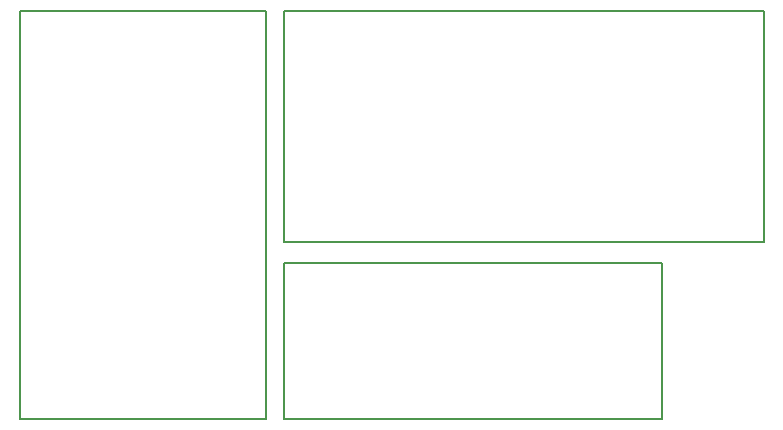
<source format=gbr>
G04 #@! TF.FileFunction,Profile,NP*
%FSLAX46Y46*%
G04 Gerber Fmt 4.6, Leading zero omitted, Abs format (unit mm)*
G04 Created by KiCad (PCBNEW 4.0.2+dfsg1-stable) date Sat 29 Oct 2016 12:35:33 PM EDT*
%MOMM*%
G01*
G04 APERTURE LIST*
%ADD10C,0.100000*%
%ADD11C,0.150000*%
G04 APERTURE END LIST*
D10*
D11*
X131572000Y-112776000D02*
X131826000Y-112776000D01*
X131572000Y-125984000D02*
X131572000Y-112776000D01*
X163576000Y-125984000D02*
X131572000Y-125984000D01*
X163576000Y-125730000D02*
X163576000Y-125984000D01*
X163576000Y-112776000D02*
X163576000Y-125730000D01*
X131572000Y-112776000D02*
X163576000Y-112776000D01*
X131572000Y-110998000D02*
X131572000Y-91440000D01*
X172212000Y-110998000D02*
X131572000Y-110998000D01*
X172212000Y-91440000D02*
X172212000Y-110998000D01*
X131572000Y-91440000D02*
X172212000Y-91440000D01*
X109220000Y-125984000D02*
X109220000Y-91440000D01*
X130048000Y-125984000D02*
X109220000Y-125984000D01*
X130048000Y-91440000D02*
X130048000Y-125984000D01*
X109220000Y-91440000D02*
X130048000Y-91440000D01*
M02*

</source>
